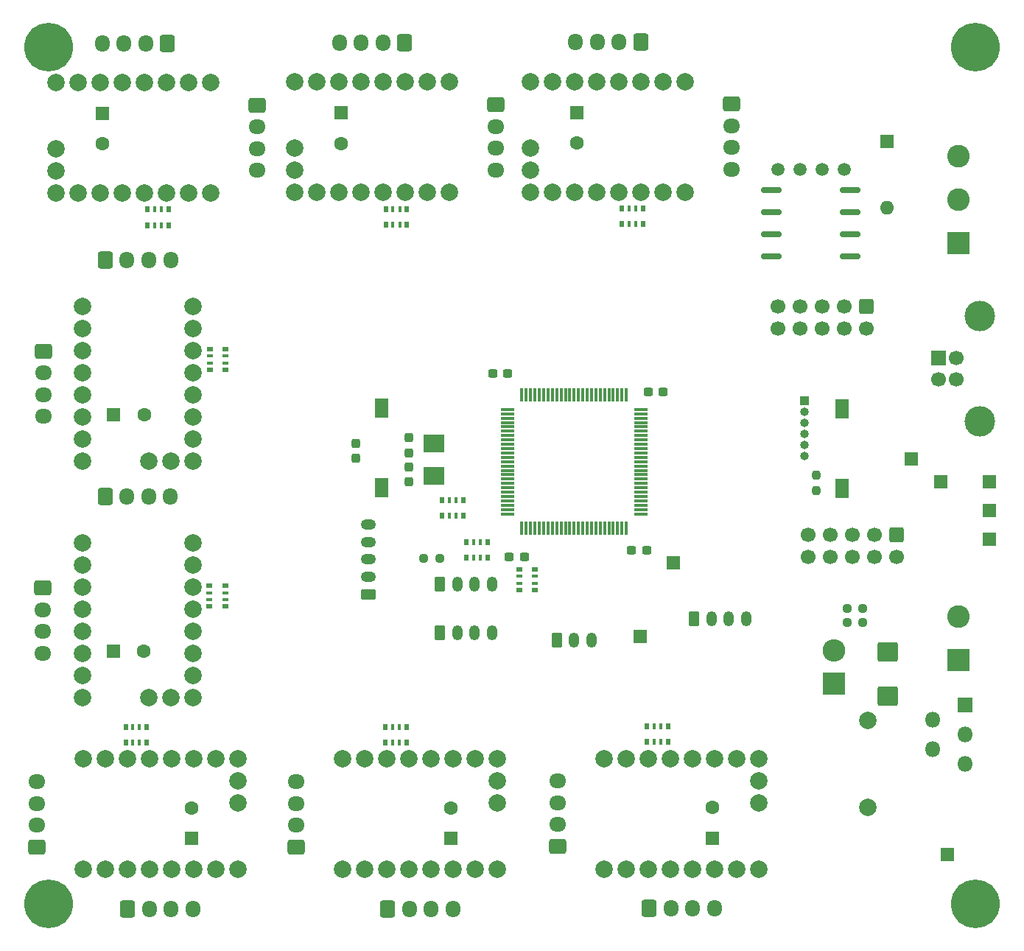
<source format=gbr>
%TF.GenerationSoftware,KiCad,Pcbnew,6.0.5*%
%TF.CreationDate,2022-11-27T13:32:37+03:00*%
%TF.ProjectId,multistepper,6d756c74-6973-4746-9570-7065722e6b69,rev?*%
%TF.SameCoordinates,Original*%
%TF.FileFunction,Soldermask,Top*%
%TF.FilePolarity,Negative*%
%FSLAX46Y46*%
G04 Gerber Fmt 4.6, Leading zero omitted, Abs format (unit mm)*
G04 Created by KiCad (PCBNEW 6.0.5) date 2022-11-27 13:32:37*
%MOMM*%
%LPD*%
G01*
G04 APERTURE LIST*
G04 Aperture macros list*
%AMRoundRect*
0 Rectangle with rounded corners*
0 $1 Rounding radius*
0 $2 $3 $4 $5 $6 $7 $8 $9 X,Y pos of 4 corners*
0 Add a 4 corners polygon primitive as box body*
4,1,4,$2,$3,$4,$5,$6,$7,$8,$9,$2,$3,0*
0 Add four circle primitives for the rounded corners*
1,1,$1+$1,$2,$3*
1,1,$1+$1,$4,$5*
1,1,$1+$1,$6,$7*
1,1,$1+$1,$8,$9*
0 Add four rect primitives between the rounded corners*
20,1,$1+$1,$2,$3,$4,$5,0*
20,1,$1+$1,$4,$5,$6,$7,0*
20,1,$1+$1,$6,$7,$8,$9,0*
20,1,$1+$1,$8,$9,$2,$3,0*%
G04 Aperture macros list end*
%ADD10O,1.700000X1.950000*%
%ADD11RoundRect,0.250000X0.600000X0.725000X-0.600000X0.725000X-0.600000X-0.725000X0.600000X-0.725000X0*%
%ADD12R,1.500000X1.500000*%
%ADD13C,5.600000*%
%ADD14RoundRect,0.237500X-0.300000X-0.237500X0.300000X-0.237500X0.300000X0.237500X-0.300000X0.237500X0*%
%ADD15O,1.950000X1.700000*%
%ADD16RoundRect,0.250000X-0.725000X0.600000X-0.725000X-0.600000X0.725000X-0.600000X0.725000X0.600000X0*%
%ADD17O,1.750000X1.200000*%
%ADD18RoundRect,0.250000X0.625000X-0.350000X0.625000X0.350000X-0.625000X0.350000X-0.625000X-0.350000X0*%
%ADD19C,1.700000*%
%ADD20RoundRect,0.250000X-0.600000X0.600000X-0.600000X-0.600000X0.600000X-0.600000X0.600000X0.600000X0*%
%ADD21R,1.600000X2.180000*%
%ADD22RoundRect,0.250000X0.725000X-0.600000X0.725000X0.600000X-0.725000X0.600000X-0.725000X-0.600000X0*%
%ADD23R,1.600000X1.600000*%
%ADD24O,1.600000X1.600000*%
%ADD25C,1.600000*%
%ADD26O,1.200000X1.750000*%
%ADD27RoundRect,0.250000X-0.350000X-0.625000X0.350000X-0.625000X0.350000X0.625000X-0.350000X0.625000X0*%
%ADD28RoundRect,0.250000X-0.600000X-0.725000X0.600000X-0.725000X0.600000X0.725000X-0.600000X0.725000X0*%
%ADD29C,2.000000*%
%ADD30R,0.500000X0.800000*%
%ADD31R,0.400000X0.800000*%
%ADD32R,0.800000X0.500000*%
%ADD33R,0.800000X0.400000*%
%ADD34C,2.600000*%
%ADD35R,2.600000X2.600000*%
%ADD36O,1.000000X1.000000*%
%ADD37R,1.000000X1.000000*%
%ADD38RoundRect,0.075000X-0.075000X-0.725000X0.075000X-0.725000X0.075000X0.725000X-0.075000X0.725000X0*%
%ADD39RoundRect,0.075000X-0.725000X-0.075000X0.725000X-0.075000X0.725000X0.075000X-0.725000X0.075000X0*%
%ADD40RoundRect,0.237500X0.237500X-0.300000X0.237500X0.300000X-0.237500X0.300000X-0.237500X-0.300000X0*%
%ADD41R,2.400000X2.000000*%
%ADD42RoundRect,0.237500X0.237500X-0.250000X0.237500X0.250000X-0.237500X0.250000X-0.237500X-0.250000X0*%
%ADD43RoundRect,0.237500X-0.237500X0.300000X-0.237500X-0.300000X0.237500X-0.300000X0.237500X0.300000X0*%
%ADD44C,1.500000*%
%ADD45O,2.600000X2.600000*%
%ADD46RoundRect,0.162500X-1.012500X-0.162500X1.012500X-0.162500X1.012500X0.162500X-1.012500X0.162500X0*%
%ADD47O,1.800000X1.800000*%
%ADD48R,1.800000X1.800000*%
%ADD49RoundRect,0.237500X0.300000X0.237500X-0.300000X0.237500X-0.300000X-0.237500X0.300000X-0.237500X0*%
%ADD50RoundRect,0.237500X0.250000X0.237500X-0.250000X0.237500X-0.250000X-0.237500X0.250000X-0.237500X0*%
%ADD51RoundRect,0.237500X-0.250000X-0.237500X0.250000X-0.237500X0.250000X0.237500X-0.250000X0.237500X0*%
%ADD52RoundRect,0.250000X-0.925000X0.875000X-0.925000X-0.875000X0.925000X-0.875000X0.925000X0.875000X0*%
%ADD53C,3.500000*%
%ADD54R,1.700000X1.700000*%
G04 APERTURE END LIST*
D10*
%TO.C,J15*%
X65144000Y-41563654D03*
X67644000Y-41563654D03*
X70144000Y-41563654D03*
D11*
X72644000Y-41563654D03*
%TD*%
D12*
%TO.C,TP8*%
X162255200Y-134823200D03*
%TD*%
D13*
%TO.C,H4*%
X165500000Y-140500000D03*
%TD*%
%TO.C,H3*%
X59000000Y-140500000D03*
%TD*%
%TO.C,H2*%
X165500000Y-42000000D03*
%TD*%
%TO.C,H1*%
X59000000Y-42000000D03*
%TD*%
D14*
%TO.C,C9*%
X111760000Y-79502000D03*
X110035000Y-79502000D03*
%TD*%
D11*
%TO.C,J17*%
X99921075Y-41501827D03*
D10*
X97421075Y-41501827D03*
X94921075Y-41501827D03*
X92421075Y-41501827D03*
%TD*%
D15*
%TO.C,J12*%
X58374000Y-84474000D03*
X58374000Y-81974000D03*
X58374000Y-79474000D03*
D16*
X58374000Y-76974000D03*
%TD*%
D17*
%TO.C,J6*%
X95758000Y-96902000D03*
X95758000Y-98902000D03*
X95758000Y-100902000D03*
X95758000Y-102902000D03*
D18*
X95758000Y-104902000D03*
%TD*%
D19*
%TO.C,J2*%
X142798800Y-74380700D03*
X142798800Y-71840700D03*
X145338800Y-74380700D03*
X145338800Y-71840700D03*
X147878800Y-74380700D03*
X147878800Y-71840700D03*
X150418800Y-74380700D03*
X150418800Y-71840700D03*
X152958800Y-74380700D03*
D20*
X152958800Y-71840700D03*
%TD*%
D21*
%TO.C,SW2*%
X150164800Y-92728000D03*
X150164800Y-83548000D03*
%TD*%
D15*
%TO.C,J22*%
X87466000Y-126434000D03*
X87466000Y-128934000D03*
X87466000Y-131434000D03*
D22*
X87466000Y-133934000D03*
%TD*%
D12*
%TO.C,TP7*%
X161544000Y-91948000D03*
%TD*%
D23*
%TO.C,SW3*%
X155295600Y-52832000D03*
D24*
X155295600Y-60452000D03*
%TD*%
D25*
%TO.C,C24*%
X105246000Y-129478000D03*
D23*
X105246000Y-132978000D03*
%TD*%
D26*
%TO.C,J5*%
X109934000Y-103733600D03*
X107934000Y-103733600D03*
X105934000Y-103733600D03*
D27*
X103934000Y-103733600D03*
%TD*%
D28*
%TO.C,J11*%
X65500000Y-66500000D03*
D10*
X68000000Y-66500000D03*
X70500000Y-66500000D03*
X73000000Y-66500000D03*
%TD*%
D29*
%TO.C,XX5*%
X140640000Y-123774000D03*
X138100000Y-123774000D03*
X135560000Y-123774000D03*
X133020000Y-123774000D03*
X130480000Y-123774000D03*
X127940000Y-123774000D03*
X125400000Y-123774000D03*
X122860000Y-123774000D03*
X122860000Y-136474000D03*
X125400000Y-136474000D03*
X127940000Y-136474000D03*
X130480000Y-136474000D03*
X133020000Y-136474000D03*
X135560000Y-136474000D03*
X138100000Y-136474000D03*
X140640000Y-136474000D03*
X140640000Y-126314000D03*
X140640000Y-128854000D03*
%TD*%
D30*
%TO.C,RN11*%
X127270450Y-60560000D03*
D31*
X126470450Y-60560000D03*
X125670450Y-60560000D03*
D30*
X124870450Y-60560000D03*
X124870450Y-62360000D03*
D31*
X125670450Y-62360000D03*
X126470450Y-62360000D03*
D30*
X127270450Y-62360000D03*
%TD*%
D26*
%TO.C,J13*%
X121380000Y-110194000D03*
X119380000Y-110194000D03*
D27*
X117380000Y-110194000D03*
%TD*%
D29*
%TO.C,XX8*%
X75572000Y-116801600D03*
X75572000Y-114261600D03*
X75572000Y-111721600D03*
X75572000Y-109181600D03*
X75572000Y-106641600D03*
X75572000Y-104101600D03*
X75572000Y-101561600D03*
X75572000Y-99021600D03*
X62872000Y-99021600D03*
X62872000Y-101561600D03*
X62872000Y-104101600D03*
X62872000Y-106641600D03*
X62872000Y-109181600D03*
X62872000Y-111721600D03*
X62872000Y-114261600D03*
X62872000Y-116801600D03*
X73032000Y-116801600D03*
X70492000Y-116801600D03*
%TD*%
%TO.C,XX3*%
X87281075Y-53647827D03*
X87281075Y-56187827D03*
X87281075Y-46027827D03*
X89821075Y-46027827D03*
X92361075Y-46027827D03*
X94901075Y-46027827D03*
X97441075Y-46027827D03*
X99981075Y-46027827D03*
X102521075Y-46027827D03*
X105061075Y-46027827D03*
X105061075Y-58727827D03*
X102521075Y-58727827D03*
X99981075Y-58727827D03*
X97441075Y-58727827D03*
X94901075Y-58727827D03*
X92361075Y-58727827D03*
X89821075Y-58727827D03*
X87281075Y-58727827D03*
%TD*%
D32*
%TO.C,RN7*%
X113095200Y-102025600D03*
D33*
X113095200Y-102825600D03*
X113095200Y-103625600D03*
D32*
X113095200Y-104425600D03*
X114895200Y-104425600D03*
D33*
X114895200Y-103625600D03*
X114895200Y-102825600D03*
D32*
X114895200Y-102025600D03*
%TD*%
D34*
%TO.C,J10*%
X163576000Y-107482000D03*
D35*
X163576000Y-112482000D03*
%TD*%
D19*
%TO.C,J3*%
X146304000Y-100584000D03*
X146304000Y-98044000D03*
X148844000Y-100584000D03*
X148844000Y-98044000D03*
X151384000Y-100584000D03*
X151384000Y-98044000D03*
X153924000Y-100584000D03*
X153924000Y-98044000D03*
X156464000Y-100584000D03*
D20*
X156464000Y-98044000D03*
%TD*%
D12*
%TO.C,TP3*%
X167132000Y-91948000D03*
%TD*%
D36*
%TO.C,J1*%
X145821000Y-89027000D03*
X145821000Y-87757000D03*
X145821000Y-86487000D03*
X145821000Y-85217000D03*
X145821000Y-83947000D03*
D37*
X145821000Y-82677000D03*
%TD*%
D22*
%TO.C,J24*%
X57604925Y-133934000D03*
D15*
X57604925Y-131434000D03*
X57604925Y-128934000D03*
X57604925Y-126434000D03*
%TD*%
D38*
%TO.C,U1*%
X113380000Y-81987000D03*
X113880000Y-81987000D03*
X114380000Y-81987000D03*
X114880000Y-81987000D03*
X115380000Y-81987000D03*
X115880000Y-81987000D03*
X116380000Y-81987000D03*
X116880000Y-81987000D03*
X117380000Y-81987000D03*
X117880000Y-81987000D03*
X118380000Y-81987000D03*
X118880000Y-81987000D03*
X119380000Y-81987000D03*
X119880000Y-81987000D03*
X120380000Y-81987000D03*
X120880000Y-81987000D03*
X121380000Y-81987000D03*
X121880000Y-81987000D03*
X122380000Y-81987000D03*
X122880000Y-81987000D03*
X123380000Y-81987000D03*
X123880000Y-81987000D03*
X124380000Y-81987000D03*
X124880000Y-81987000D03*
X125380000Y-81987000D03*
D39*
X127055000Y-83662000D03*
X127055000Y-84162000D03*
X127055000Y-84662000D03*
X127055000Y-85162000D03*
X127055000Y-85662000D03*
X127055000Y-86162000D03*
X127055000Y-86662000D03*
X127055000Y-87162000D03*
X127055000Y-87662000D03*
X127055000Y-88162000D03*
X127055000Y-88662000D03*
X127055000Y-89162000D03*
X127055000Y-89662000D03*
X127055000Y-90162000D03*
X127055000Y-90662000D03*
X127055000Y-91162000D03*
X127055000Y-91662000D03*
X127055000Y-92162000D03*
X127055000Y-92662000D03*
X127055000Y-93162000D03*
X127055000Y-93662000D03*
X127055000Y-94162000D03*
X127055000Y-94662000D03*
X127055000Y-95162000D03*
X127055000Y-95662000D03*
D38*
X125380000Y-97337000D03*
X124880000Y-97337000D03*
X124380000Y-97337000D03*
X123880000Y-97337000D03*
X123380000Y-97337000D03*
X122880000Y-97337000D03*
X122380000Y-97337000D03*
X121880000Y-97337000D03*
X121380000Y-97337000D03*
X120880000Y-97337000D03*
X120380000Y-97337000D03*
X119880000Y-97337000D03*
X119380000Y-97337000D03*
X118880000Y-97337000D03*
X118380000Y-97337000D03*
X117880000Y-97337000D03*
X117380000Y-97337000D03*
X116880000Y-97337000D03*
X116380000Y-97337000D03*
X115880000Y-97337000D03*
X115380000Y-97337000D03*
X114880000Y-97337000D03*
X114380000Y-97337000D03*
X113880000Y-97337000D03*
X113380000Y-97337000D03*
D39*
X111705000Y-95662000D03*
X111705000Y-95162000D03*
X111705000Y-94662000D03*
X111705000Y-94162000D03*
X111705000Y-93662000D03*
X111705000Y-93162000D03*
X111705000Y-92662000D03*
X111705000Y-92162000D03*
X111705000Y-91662000D03*
X111705000Y-91162000D03*
X111705000Y-90662000D03*
X111705000Y-90162000D03*
X111705000Y-89662000D03*
X111705000Y-89162000D03*
X111705000Y-88662000D03*
X111705000Y-88162000D03*
X111705000Y-87662000D03*
X111705000Y-87162000D03*
X111705000Y-86662000D03*
X111705000Y-86162000D03*
X111705000Y-85662000D03*
X111705000Y-85162000D03*
X111705000Y-84662000D03*
X111705000Y-84162000D03*
X111705000Y-83662000D03*
%TD*%
D23*
%TO.C,C23*%
X135306000Y-132918000D03*
D25*
X135306000Y-129418000D03*
%TD*%
D40*
%TO.C,C4*%
X100417350Y-90272700D03*
X100417350Y-91997700D03*
%TD*%
D11*
%TO.C,J19*%
X127026450Y-41440000D03*
D10*
X124526450Y-41440000D03*
X122026450Y-41440000D03*
X119526450Y-41440000D03*
%TD*%
D12*
%TO.C,TP2*%
X167132000Y-95250000D03*
%TD*%
D16*
%TO.C,J14*%
X82974000Y-48689654D03*
D15*
X82974000Y-51189654D03*
X82974000Y-53689654D03*
X82974000Y-56189654D03*
%TD*%
D28*
%TO.C,J23*%
X97940000Y-141060000D03*
D10*
X100440000Y-141060000D03*
X102940000Y-141060000D03*
X105440000Y-141060000D03*
%TD*%
D41*
%TO.C,Y1*%
X103225600Y-87558000D03*
X103225600Y-91258000D03*
%TD*%
D10*
%TO.C,J25*%
X75578925Y-141060000D03*
X73078925Y-141060000D03*
X70578925Y-141060000D03*
D28*
X68078925Y-141060000D03*
%TD*%
D29*
%TO.C,XX4*%
X114386450Y-53586000D03*
X114386450Y-56126000D03*
X114386450Y-45966000D03*
X116926450Y-45966000D03*
X119466450Y-45966000D03*
X122006450Y-45966000D03*
X124546450Y-45966000D03*
X127086450Y-45966000D03*
X129626450Y-45966000D03*
X132166450Y-45966000D03*
X132166450Y-58666000D03*
X129626450Y-58666000D03*
X127086450Y-58666000D03*
X124546450Y-58666000D03*
X122006450Y-58666000D03*
X119466450Y-58666000D03*
X116926450Y-58666000D03*
X114386450Y-58666000D03*
%TD*%
D30*
%TO.C,RN6*%
X104210000Y-95896000D03*
D31*
X105010000Y-95896000D03*
X105810000Y-95896000D03*
D30*
X106610000Y-95896000D03*
X106610000Y-94096000D03*
D31*
X105810000Y-94096000D03*
X105010000Y-94096000D03*
D30*
X104210000Y-94096000D03*
%TD*%
D42*
%TO.C,R2*%
X147218400Y-91187900D03*
X147218400Y-93012900D03*
%TD*%
D14*
%TO.C,C5*%
X129614000Y-81661000D03*
X127889000Y-81661000D03*
%TD*%
D43*
%TO.C,C2*%
X94284800Y-89253400D03*
X94284800Y-87528400D03*
%TD*%
D10*
%TO.C,J21*%
X135500000Y-141000000D03*
X133000000Y-141000000D03*
X130500000Y-141000000D03*
D28*
X128000000Y-141000000D03*
%TD*%
D25*
%TO.C,C21*%
X92615075Y-53083827D03*
D23*
X92615075Y-49583827D03*
%TD*%
D30*
%TO.C,RN10*%
X100165075Y-62421827D03*
D31*
X99365075Y-62421827D03*
X98565075Y-62421827D03*
D30*
X97765075Y-62421827D03*
X97765075Y-60621827D03*
D31*
X98565075Y-60621827D03*
X99365075Y-60621827D03*
D30*
X100165075Y-60621827D03*
%TD*%
D25*
%TO.C,C22*%
X119720450Y-53022000D03*
D23*
X119720450Y-49522000D03*
%TD*%
D30*
%TO.C,RN5*%
X107004000Y-100722000D03*
D31*
X107804000Y-100722000D03*
X108604000Y-100722000D03*
D30*
X109404000Y-100722000D03*
X109404000Y-98922000D03*
D31*
X108604000Y-98922000D03*
X107804000Y-98922000D03*
D30*
X107004000Y-98922000D03*
%TD*%
D15*
%TO.C,J18*%
X137500450Y-56066000D03*
X137500450Y-53566000D03*
X137500450Y-51066000D03*
D16*
X137500450Y-48566000D03*
%TD*%
D44*
%TO.C,Q1*%
X150418800Y-56083200D03*
X147878800Y-56083200D03*
X145338800Y-56083200D03*
X142798800Y-56083200D03*
%TD*%
D43*
%TO.C,C1*%
X100417350Y-88642700D03*
X100417350Y-86917700D03*
%TD*%
D29*
%TO.C,XX6*%
X110580000Y-128914000D03*
X110580000Y-126374000D03*
X110580000Y-136534000D03*
X108040000Y-136534000D03*
X105500000Y-136534000D03*
X102960000Y-136534000D03*
X100420000Y-136534000D03*
X97880000Y-136534000D03*
X95340000Y-136534000D03*
X92800000Y-136534000D03*
X92800000Y-123834000D03*
X95340000Y-123834000D03*
X97880000Y-123834000D03*
X100420000Y-123834000D03*
X102960000Y-123834000D03*
X105500000Y-123834000D03*
X108040000Y-123834000D03*
X110580000Y-123834000D03*
%TD*%
D45*
%TO.C,D26*%
X149250400Y-111384400D03*
D35*
X149250400Y-115194400D03*
%TD*%
D46*
%TO.C,U2*%
X151083000Y-58420000D03*
X151083000Y-60960000D03*
X151083000Y-63500000D03*
X151083000Y-66040000D03*
X142033000Y-66040000D03*
X142033000Y-63500000D03*
X142033000Y-60960000D03*
X142033000Y-58420000D03*
%TD*%
D12*
%TO.C,TP6*%
X127000000Y-109728000D03*
%TD*%
D23*
%TO.C,C19*%
X66456000Y-84280000D03*
D25*
X69956000Y-84280000D03*
%TD*%
D47*
%TO.C,U5*%
X164287200Y-124402000D03*
X160587200Y-122702000D03*
X164287200Y-121002000D03*
X160587200Y-119302000D03*
D48*
X164287200Y-117602000D03*
%TD*%
D30*
%TO.C,RN13*%
X97696000Y-121940000D03*
D31*
X98496000Y-121940000D03*
X99296000Y-121940000D03*
D30*
X100096000Y-121940000D03*
X100096000Y-120140000D03*
D31*
X99296000Y-120140000D03*
X98496000Y-120140000D03*
D30*
X97696000Y-120140000D03*
%TD*%
D15*
%TO.C,J27*%
X58346000Y-111661600D03*
X58346000Y-109161600D03*
X58346000Y-106661600D03*
D16*
X58346000Y-104161600D03*
%TD*%
D26*
%TO.C,J7*%
X139144000Y-107704800D03*
X137144000Y-107704800D03*
X135144000Y-107704800D03*
D27*
X133144000Y-107704800D03*
%TD*%
D30*
%TO.C,RN9*%
X72744000Y-62483654D03*
D31*
X71944000Y-62483654D03*
X71144000Y-62483654D03*
D30*
X70344000Y-62483654D03*
X70344000Y-60683654D03*
D31*
X71144000Y-60683654D03*
X71944000Y-60683654D03*
D30*
X72744000Y-60683654D03*
%TD*%
D12*
%TO.C,TP4*%
X167132000Y-98552000D03*
%TD*%
D32*
%TO.C,RN15*%
X79266000Y-103917600D03*
D33*
X79266000Y-104717600D03*
X79266000Y-105517600D03*
D32*
X79266000Y-106317600D03*
X77466000Y-106317600D03*
D33*
X77466000Y-105517600D03*
X77466000Y-104717600D03*
D32*
X77466000Y-103917600D03*
%TD*%
D49*
%TO.C,C6*%
X125984000Y-99822000D03*
X127709000Y-99822000D03*
%TD*%
D29*
%TO.C,L1*%
X153162000Y-129409200D03*
X153162000Y-119409200D03*
%TD*%
D23*
%TO.C,C20*%
X65194000Y-49645654D03*
D25*
X65194000Y-53145654D03*
%TD*%
D21*
%TO.C,SW1*%
X97282000Y-92659200D03*
X97282000Y-83479200D03*
%TD*%
D29*
%TO.C,XX2*%
X59860000Y-58789654D03*
X62400000Y-58789654D03*
X64940000Y-58789654D03*
X67480000Y-58789654D03*
X70020000Y-58789654D03*
X72560000Y-58789654D03*
X75100000Y-58789654D03*
X77640000Y-58789654D03*
X77640000Y-46089654D03*
X75100000Y-46089654D03*
X72560000Y-46089654D03*
X70020000Y-46089654D03*
X67480000Y-46089654D03*
X64940000Y-46089654D03*
X62400000Y-46089654D03*
X59860000Y-46089654D03*
X59860000Y-56249654D03*
X59860000Y-53709654D03*
%TD*%
D35*
%TO.C,J9*%
X163576000Y-64516000D03*
D34*
X163576000Y-59516000D03*
X163576000Y-54516000D03*
%TD*%
D23*
%TO.C,C25*%
X75384925Y-132978000D03*
D25*
X75384925Y-129478000D03*
%TD*%
D50*
%TO.C,R11*%
X150727400Y-108102400D03*
X152552400Y-108102400D03*
%TD*%
D29*
%TO.C,XX7*%
X80718925Y-123834000D03*
X78178925Y-123834000D03*
X75638925Y-123834000D03*
X73098925Y-123834000D03*
X70558925Y-123834000D03*
X68018925Y-123834000D03*
X65478925Y-123834000D03*
X62938925Y-123834000D03*
X62938925Y-136534000D03*
X65478925Y-136534000D03*
X68018925Y-136534000D03*
X70558925Y-136534000D03*
X73098925Y-136534000D03*
X75638925Y-136534000D03*
X78178925Y-136534000D03*
X80718925Y-136534000D03*
X80718925Y-126374000D03*
X80718925Y-128914000D03*
%TD*%
D30*
%TO.C,RN14*%
X67834925Y-120140000D03*
D31*
X68634925Y-120140000D03*
X69434925Y-120140000D03*
D30*
X70234925Y-120140000D03*
X70234925Y-121940000D03*
D31*
X69434925Y-121940000D03*
X68634925Y-121940000D03*
D30*
X67834925Y-121940000D03*
%TD*%
D28*
%TO.C,J26*%
X65472000Y-93687600D03*
D10*
X67972000Y-93687600D03*
X70472000Y-93687600D03*
X72972000Y-93687600D03*
%TD*%
D51*
%TO.C,R10*%
X152552400Y-106527600D03*
X150727400Y-106527600D03*
%TD*%
D49*
%TO.C,C7*%
X111913500Y-100584000D03*
X113638500Y-100584000D03*
%TD*%
D52*
%TO.C,C14*%
X155397200Y-116646800D03*
X155397200Y-111546800D03*
%TD*%
D26*
%TO.C,J4*%
X109934000Y-109321600D03*
X107934000Y-109321600D03*
X105934000Y-109321600D03*
D27*
X103934000Y-109321600D03*
%TD*%
D51*
%TO.C,R9*%
X103934900Y-100736400D03*
X102109900Y-100736400D03*
%TD*%
D30*
%TO.C,RN12*%
X127756000Y-120080000D03*
D31*
X128556000Y-120080000D03*
X129356000Y-120080000D03*
D30*
X130156000Y-120080000D03*
X130156000Y-121880000D03*
D31*
X129356000Y-121880000D03*
X128556000Y-121880000D03*
D30*
X127756000Y-121880000D03*
%TD*%
D22*
%TO.C,J20*%
X117526000Y-133874000D03*
D15*
X117526000Y-131374000D03*
X117526000Y-128874000D03*
X117526000Y-126374000D03*
%TD*%
%TO.C,J16*%
X110395075Y-56127827D03*
X110395075Y-53627827D03*
X110395075Y-51127827D03*
D16*
X110395075Y-48627827D03*
%TD*%
D32*
%TO.C,RN8*%
X79294000Y-76730000D03*
D33*
X79294000Y-77530000D03*
X79294000Y-78330000D03*
D32*
X79294000Y-79130000D03*
X77494000Y-79130000D03*
D33*
X77494000Y-78330000D03*
X77494000Y-77530000D03*
D32*
X77494000Y-76730000D03*
%TD*%
D12*
%TO.C,TP5*%
X130810000Y-101244400D03*
%TD*%
D23*
%TO.C,C26*%
X66428000Y-111467600D03*
D25*
X69928000Y-111467600D03*
%TD*%
D29*
%TO.C,XX1*%
X75600000Y-89614000D03*
X75600000Y-87074000D03*
X75600000Y-84534000D03*
X75600000Y-81994000D03*
X75600000Y-79454000D03*
X75600000Y-76914000D03*
X75600000Y-74374000D03*
X75600000Y-71834000D03*
X62900000Y-71834000D03*
X62900000Y-74374000D03*
X62900000Y-76914000D03*
X62900000Y-79454000D03*
X62900000Y-81994000D03*
X62900000Y-84534000D03*
X62900000Y-87074000D03*
X62900000Y-89614000D03*
X73060000Y-89614000D03*
X70520000Y-89614000D03*
%TD*%
D53*
%TO.C,J8*%
X166000000Y-85000000D03*
X166000000Y-72960000D03*
D19*
X163290000Y-77730000D03*
X163290000Y-80230000D03*
X161290000Y-80230000D03*
D54*
X161290000Y-77730000D03*
%TD*%
D12*
%TO.C,TP1*%
X158167500Y-89348000D03*
%TD*%
M02*

</source>
